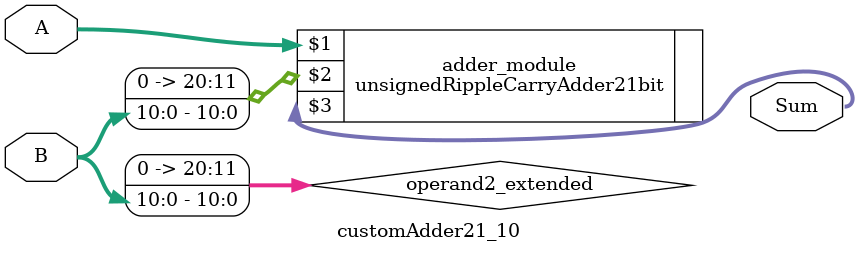
<source format=v>

module customAdder21_10(
                    input [20 : 0] A,
                    input [10 : 0] B,
                    
                    output [21 : 0] Sum
            );

    wire [20 : 0] operand2_extended;
    
    assign operand2_extended =  {10'b0, B};
    
    unsignedRippleCarryAdder21bit adder_module(
        A,
        operand2_extended,
        Sum
    );
    
endmodule
        
</source>
